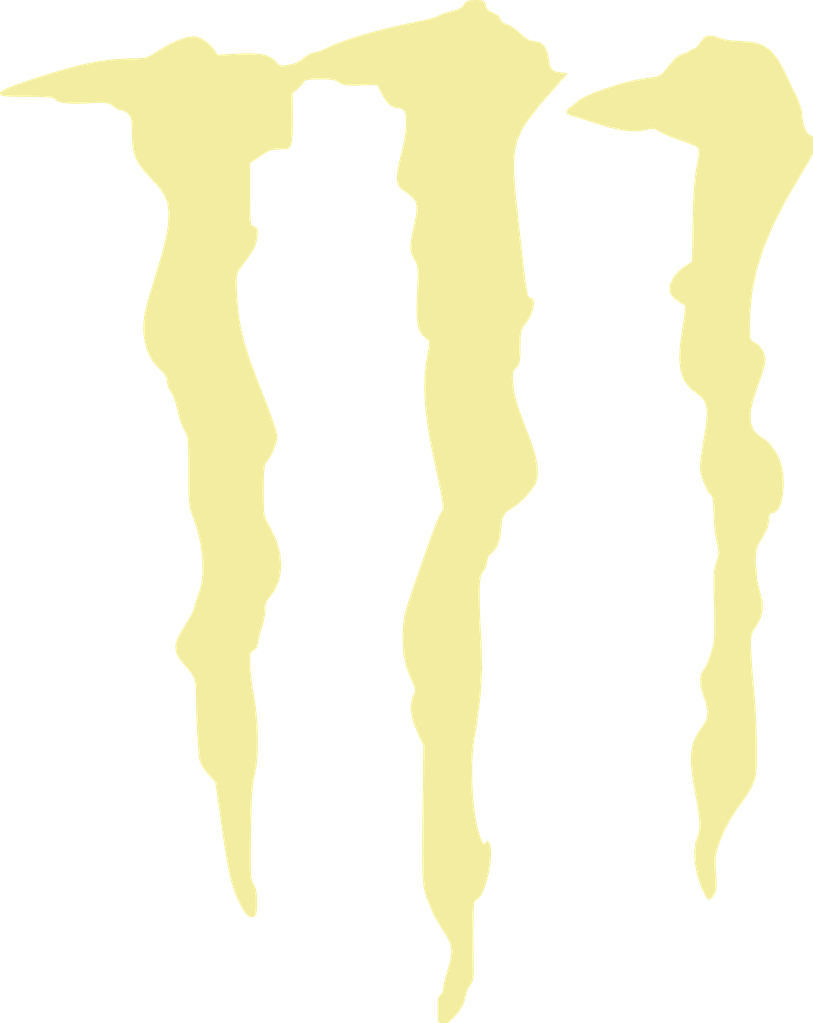
<source format=kicad_pcb>
(kicad_pcb (version 20171130) (host pcbnew "(5.0.0)")

  (general
    (thickness 1.6)
    (drawings 0)
    (tracks 0)
    (zones 0)
    (modules 1)
    (nets 1)
  )

  (page A4)
  (layers
    (0 F.Cu signal)
    (31 B.Cu signal)
    (32 B.Adhes user)
    (33 F.Adhes user)
    (34 B.Paste user)
    (35 F.Paste user)
    (36 B.SilkS user)
    (37 F.SilkS user)
    (38 B.Mask user)
    (39 F.Mask user)
    (40 Dwgs.User user)
    (41 Cmts.User user)
    (42 Eco1.User user)
    (43 Eco2.User user)
    (44 Edge.Cuts user)
    (45 Margin user)
    (46 B.CrtYd user)
    (47 F.CrtYd user)
    (48 B.Fab user)
    (49 F.Fab user)
  )

  (setup
    (last_trace_width 0.25)
    (user_trace_width 0.5)
    (user_trace_width 1)
    (user_trace_width 1.5)
    (user_trace_width 2)
    (user_trace_width 3)
    (trace_clearance 0.2)
    (zone_clearance 0.508)
    (zone_45_only no)
    (trace_min 0.2)
    (segment_width 0.2)
    (edge_width 0.15)
    (via_size 0.8)
    (via_drill 0.4)
    (via_min_size 0.4)
    (via_min_drill 0.3)
    (user_via 6 3)
    (uvia_size 0.3)
    (uvia_drill 0.1)
    (uvias_allowed no)
    (uvia_min_size 0.2)
    (uvia_min_drill 0.1)
    (pcb_text_width 0.3)
    (pcb_text_size 1.5 1.5)
    (mod_edge_width 0.15)
    (mod_text_size 1 1)
    (mod_text_width 0.15)
    (pad_size 1.524 1.524)
    (pad_drill 0.762)
    (pad_to_mask_clearance 0.2)
    (aux_axis_origin 0 0)
    (visible_elements 7FFFFFFF)
    (pcbplotparams
      (layerselection 0x010fc_ffffffff)
      (usegerberextensions false)
      (usegerberattributes false)
      (usegerberadvancedattributes false)
      (creategerberjobfile false)
      (excludeedgelayer true)
      (linewidth 0.100000)
      (plotframeref false)
      (viasonmask false)
      (mode 1)
      (useauxorigin false)
      (hpglpennumber 1)
      (hpglpenspeed 20)
      (hpglpendiameter 15.000000)
      (psnegative false)
      (psa4output false)
      (plotreference true)
      (plotvalue true)
      (plotinvisibletext false)
      (padsonsilk false)
      (subtractmaskfromsilk false)
      (outputformat 1)
      (mirror false)
      (drillshape 1)
      (scaleselection 1)
      (outputdirectory ""))
  )

  (net 0 "")

  (net_class Default "これはデフォルトのネット クラスです。"
    (clearance 0.2)
    (trace_width 0.25)
    (via_dia 0.8)
    (via_drill 0.4)
    (uvia_dia 0.3)
    (uvia_drill 0.1)
  )

  (module Mizz_lib:Mini_Monster (layer F.Cu) (tedit 0) (tstamp 5C5A6181)
    (at 155.6 128.1)
    (path /5C3ABB45)
    (fp_text reference U11 (at 0 0) (layer F.SilkS) hide
      (effects (font (size 1.524 1.524) (thickness 0.3)))
    )
    (fp_text value LOGO (at 0.75 0) (layer F.SilkS) hide
      (effects (font (size 1.524 1.524) (thickness 0.3)))
    )
    (fp_poly (pts (xy 0.356152 -3.364197) (xy 0.374458 -3.357779) (xy 0.381769 -3.342483) (xy 0.383331 -3.332158)
      (xy 0.393277 -3.305863) (xy 0.4197 -3.288826) (xy 0.4318 -3.284533) (xy 0.467946 -3.265507)
      (xy 0.480118 -3.243124) (xy 0.494476 -3.219028) (xy 0.521631 -3.208469) (xy 0.551815 -3.195164)
      (xy 0.588155 -3.16928) (xy 0.609335 -3.14987) (xy 0.650561 -3.114367) (xy 0.685491 -3.09957)
      (xy 0.695171 -3.0988) (xy 0.740047 -3.09094) (xy 0.770282 -3.065628) (xy 0.788255 -3.02027)
      (xy 0.793047 -2.992073) (xy 0.801741 -2.943411) (xy 0.815815 -2.914459) (xy 0.839901 -2.899539)
      (xy 0.873485 -2.893463) (xy 0.915019 -2.88925) (xy 0.78635 -2.7432) (xy 0.715961 -2.661006)
      (xy 0.660983 -2.589611) (xy 0.620018 -2.52428) (xy 0.591667 -2.46028) (xy 0.574532 -2.392875)
      (xy 0.567215 -2.317331) (xy 0.568318 -2.228912) (xy 0.576441 -2.122884) (xy 0.583344 -2.055819)
      (xy 0.598853 -1.913146) (xy 0.611965 -1.793671) (xy 0.622991 -1.695338) (xy 0.632246 -1.616091)
      (xy 0.640042 -1.553872) (xy 0.646691 -1.506626) (xy 0.652507 -1.472295) (xy 0.657803 -1.448824)
      (xy 0.66289 -1.434155) (xy 0.668083 -1.426233) (xy 0.673693 -1.423001) (xy 0.679691 -1.4224)
      (xy 0.694299 -1.412371) (xy 0.697555 -1.386186) (xy 0.690783 -1.349705) (xy 0.675304 -1.308785)
      (xy 0.652441 -1.269285) (xy 0.642111 -1.255889) (xy 0.626213 -1.234616) (xy 0.616528 -1.212522)
      (xy 0.611547 -1.182656) (xy 0.609763 -1.138064) (xy 0.6096 -1.105894) (xy 0.608862 -1.050535)
      (xy 0.60584 -1.014432) (xy 0.599319 -0.991462) (xy 0.588083 -0.975506) (xy 0.582699 -0.970344)
      (xy 0.5682 -0.954144) (xy 0.561121 -0.934106) (xy 0.560056 -0.902677) (xy 0.562703 -0.862894)
      (xy 0.567057 -0.825193) (xy 0.574604 -0.78587) (xy 0.586583 -0.740917) (xy 0.604235 -0.686325)
      (xy 0.628799 -0.618087) (xy 0.661515 -0.532195) (xy 0.678353 -0.48895) (xy 0.706962 -0.401823)
      (xy 0.721797 -0.323792) (xy 0.722466 -0.258609) (xy 0.70858 -0.210025) (xy 0.707574 -0.208234)
      (xy 0.679525 -0.168433) (xy 0.641678 -0.125811) (xy 0.600945 -0.087222) (xy 0.56424 -0.059518)
      (xy 0.550099 -0.052106) (xy 0.512501 -0.024296) (xy 0.490118 0.022868) (xy 0.482601 0.090128)
      (xy 0.4826 0.091203) (xy 0.475981 0.14601) (xy 0.458371 0.195355) (xy 0.433143 0.231163)
      (xy 0.420175 0.240724) (xy 0.397899 0.266117) (xy 0.3937 0.290834) (xy 0.385754 0.326985)
      (xy 0.3683 0.359065) (xy 0.356496 0.377594) (xy 0.348971 0.40083) (xy 0.344831 0.434561)
      (xy 0.34318 0.484573) (xy 0.343011 0.522703) (xy 0.344057 0.589196) (xy 0.346812 0.670244)
      (xy 0.350844 0.755091) (xy 0.355186 0.8255) (xy 0.359129 0.992872) (xy 0.349073 1.172896)
      (xy 0.325607 1.357433) (xy 0.310501 1.44145) (xy 0.299192 1.525741) (xy 0.294016 1.626527)
      (xy 0.294706 1.735718) (xy 0.300999 1.845226) (xy 0.31263 1.946965) (xy 0.329333 2.032845)
      (xy 0.329931 2.035175) (xy 0.347404 2.095106) (xy 0.362816 2.132581) (xy 0.375611 2.146264)
      (xy 0.376209 2.1463) (xy 0.392177 2.137108) (xy 0.393894 2.130425) (xy 0.398285 2.123813)
      (xy 0.4064 2.1336) (xy 0.41613 2.165111) (xy 0.417923 2.212148) (xy 0.413007 2.268952)
      (xy 0.402608 2.329765) (xy 0.387953 2.388829) (xy 0.370268 2.440386) (xy 0.350782 2.478677)
      (xy 0.33072 2.497945) (xy 0.328623 2.498632) (xy 0.317681 2.504129) (xy 0.310474 2.516916)
      (xy 0.306078 2.541728) (xy 0.303568 2.583299) (xy 0.302261 2.633556) (xy 0.301527 2.707386)
      (xy 0.301786 2.791804) (xy 0.302965 2.872019) (xy 0.303559 2.8956) (xy 0.304808 2.95678)
      (xy 0.30383 2.99841) (xy 0.299831 3.026299) (xy 0.292017 3.046257) (xy 0.280697 3.062703)
      (xy 0.261985 3.094387) (xy 0.254003 3.12383) (xy 0.254 3.124283) (xy 0.243506 3.172001)
      (xy 0.214731 3.224681) (xy 0.171734 3.2752) (xy 0.163757 3.282651) (xy 0.126592 3.313796)
      (xy 0.102076 3.32597) (xy 0.087519 3.317589) (xy 0.080229 3.287068) (xy 0.077515 3.232821)
      (xy 0.077496 3.231857) (xy 0.07765 3.180162) (xy 0.08113 3.148809) (xy 0.088773 3.13286)
      (xy 0.094973 3.128898) (xy 0.109534 3.111433) (xy 0.1143 3.084791) (xy 0.118456 3.053455)
      (xy 0.12926 3.008958) (xy 0.141802 2.968675) (xy 0.162971 2.895466) (xy 0.169032 2.836599)
      (xy 0.159529 2.785667) (xy 0.134008 2.736266) (xy 0.124331 2.722384) (xy 0.051144 2.603129)
      (xy 0.001389 2.479063) (xy -0.005494 2.454406) (xy -0.010993 2.429685) (xy -0.015296 2.400855)
      (xy -0.018484 2.365008) (xy -0.020639 2.319237) (xy -0.021844 2.260633) (xy -0.02218 2.186289)
      (xy -0.021729 2.093295) (xy -0.020574 1.978744) (xy -0.020071 1.937202) (xy -0.014583 1.497428)
      (xy -0.05159 1.418347) (xy -0.085039 1.332176) (xy -0.098138 1.259353) (xy -0.091095 1.198306)
      (xy -0.083149 1.177805) (xy -0.070553 1.147774) (xy -0.06917 1.125402) (xy -0.079491 1.098223)
      (xy -0.08686 1.0835) (xy -0.124893 0.99217) (xy -0.145633 0.897834) (xy -0.150676 0.792332)
      (xy -0.14965 0.762823) (xy -0.14826 0.733068) (xy -0.146774 0.707639) (xy -0.144421 0.6839)
      (xy -0.140432 0.659214) (xy -0.134036 0.630943) (xy -0.124463 0.596451) (xy -0.110943 0.5531)
      (xy -0.092705 0.498255) (xy -0.068981 0.429277) (xy -0.038999 0.34353) (xy -0.001989 0.238376)
      (xy 0.030174 0.147091) (xy 0.052359 0.086398) (xy 0.072871 0.034457) (xy 0.08974 -0.004035)
      (xy 0.100999 -0.024382) (xy 0.10278 -0.02613) (xy 0.109393 -0.035644) (xy 0.111706 -0.055311)
      (xy 0.10936 -0.087847) (xy 0.101994 -0.135968) (xy 0.089249 -0.202386) (xy 0.070766 -0.289819)
      (xy 0.063322 -0.32385) (xy 0.03212 -0.475158) (xy 0.009843 -0.60681) (xy -0.003773 -0.722833)
      (xy -0.008992 -0.82725) (xy -0.006079 -0.924087) (xy 0.004702 -1.017369) (xy 0.014296 -1.070634)
      (xy 0.021984 -1.112257) (xy 0.023009 -1.136685) (xy 0.016256 -1.151509) (xy 0.000612 -1.164321)
      (xy 0.000543 -1.164369) (xy -0.024242 -1.18625) (xy -0.041821 -1.214366) (xy -0.052961 -1.252614)
      (xy -0.058429 -1.304893) (xy -0.058994 -1.375099) (xy -0.056165 -1.45234) (xy -0.052924 -1.524008)
      (xy -0.051592 -1.575256) (xy -0.052571 -1.611019) (xy -0.056265 -1.636233) (xy -0.063077 -1.655832)
      (xy -0.073408 -1.674753) (xy -0.074465 -1.676492) (xy -0.090362 -1.707206) (xy -0.098611 -1.738453)
      (xy -0.099235 -1.775984) (xy -0.092255 -1.825549) (xy -0.077696 -1.892899) (xy -0.075358 -1.902795)
      (xy -0.061541 -1.969564) (xy -0.057996 -2.018228) (xy -0.066163 -2.054496) (xy -0.087483 -2.08408)
      (xy -0.123396 -2.112688) (xy -0.129325 -2.116709) (xy -0.162955 -2.141911) (xy -0.180143 -2.164869)
      (xy -0.187076 -2.194872) (xy -0.187942 -2.2047) (xy -0.186063 -2.240962) (xy -0.177673 -2.292295)
      (xy -0.16435 -2.349694) (xy -0.159367 -2.367651) (xy -0.137825 -2.459371) (xy -0.127887 -2.543178)
      (xy -0.130069 -2.61334) (xy -0.135005 -2.638426) (xy -0.151104 -2.661956) (xy -0.173767 -2.667001)
      (xy -0.214257 -2.673836) (xy -0.247177 -2.696932) (xy -0.27738 -2.740171) (xy -0.286333 -2.75705)
      (xy -0.318631 -2.820788) (xy -0.431351 -2.817207) (xy -0.488853 -2.816308) (xy -0.526924 -2.81853)
      (xy -0.551424 -2.824657) (xy -0.568213 -2.835475) (xy -0.56831 -2.835564) (xy -0.587798 -2.847341)
      (xy -0.617963 -2.854211) (xy -0.664637 -2.857173) (xy -0.696326 -2.857501) (xy -0.74834 -2.856016)
      (xy -0.784262 -2.851918) (xy -0.799794 -2.845739) (xy -0.8001 -2.844621) (xy -0.808825 -2.828783)
      (xy -0.830635 -2.804801) (xy -0.839681 -2.796377) (xy -0.879262 -2.761012) (xy -0.877267 -2.624778)
      (xy -0.877201 -2.563365) (xy -0.878618 -2.506853) (xy -0.881251 -2.462926) (xy -0.88355 -2.444422)
      (xy -0.889713 -2.418411) (xy -0.900365 -2.405374) (xy -0.922876 -2.400831) (xy -0.956159 -2.4003)
      (xy -0.998258 -2.397422) (xy -1.034127 -2.386201) (xy -1.07475 -2.362761) (xy -1.088096 -2.35374)
      (xy -1.155701 -2.307179) (xy -1.155701 -2.101221) (xy -1.155566 -2.024616) (xy -1.154843 -1.969644)
      (xy -1.153051 -1.932537) (xy -1.14971 -1.909527) (xy -1.144342 -1.896847) (xy -1.136465 -1.890729)
      (xy -1.128566 -1.888167) (xy -1.112152 -1.880796) (xy -1.105678 -1.865293) (xy -1.106783 -1.834181)
      (xy -1.107982 -1.822953) (xy -1.112558 -1.794719) (xy -1.121147 -1.768113) (xy -1.136425 -1.738184)
      (xy -1.161065 -1.699979) (xy -1.197744 -1.648548) (xy -1.214588 -1.6256) (xy -1.228632 -1.60539)
      (xy -1.237678 -1.58655) (xy -1.2425 -1.563385) (xy -1.243874 -1.5302) (xy -1.242574 -1.4813)
      (xy -1.240509 -1.4351) (xy -1.232597 -1.335988) (xy -1.21751 -1.239169) (xy -1.193864 -1.139082)
      (xy -1.160278 -1.030166) (xy -1.115368 -0.906858) (xy -1.098384 -0.863463) (xy -1.058795 -0.762829)
      (xy -1.028225 -0.682956) (xy -1.005769 -0.621219) (xy -0.990523 -0.574997) (xy -0.981584 -0.541667)
      (xy -0.978047 -0.518607) (xy -0.9779 -0.513977) (xy -0.983993 -0.481241) (xy -0.99931 -0.43859)
      (xy -1.019406 -0.396111) (xy -1.039838 -0.363894) (xy -1.047603 -0.355723) (xy -1.055681 -0.344128)
      (xy -1.061235 -0.322441) (xy -1.06467 -0.286715) (xy -1.066388 -0.233007) (xy -1.0668 -0.168125)
      (xy -1.066584 -0.098653) (xy -1.065354 -0.049123) (xy -1.062235 -0.014076) (xy -1.056356 0.011947)
      (xy -1.046841 0.034403) (xy -1.032819 0.058752) (xy -1.02968 0.06387) (xy -0.984351 0.154828)
      (xy -0.958423 0.246427) (xy -0.951926 0.334992) (xy -0.964892 0.41685) (xy -0.997353 0.48833)
      (xy -1.025698 0.524186) (xy -1.050113 0.558042) (xy -1.056661 0.59586) (xy -1.056191 0.606736)
      (xy -1.058683 0.64501) (xy -1.068531 0.694043) (xy -1.078916 0.729063) (xy -1.092889 0.774287)
      (xy -1.102321 0.814175) (xy -1.1049 0.835027) (xy -1.11424 0.863418) (xy -1.1303 0.87262)
      (xy -1.14433 0.879555) (xy -1.152039 0.895153) (xy -1.155216 0.925562) (xy -1.1557 0.95988)
      (xy -1.153119 1.008511) (xy -1.146199 1.071614) (xy -1.136178 1.138882) (xy -1.130339 1.171124)
      (xy -1.116721 1.260187) (xy -1.108164 1.356888) (xy -1.104729 1.454717) (xy -1.106476 1.54716)
      (xy -1.113466 1.627705) (xy -1.125541 1.6891) (xy -1.13268 1.720124) (xy -1.138329 1.760738)
      (xy -1.142699 1.814199) (xy -1.146003 1.883764) (xy -1.148451 1.972691) (xy -1.150021 2.06619)
      (xy -1.151175 2.163681) (xy -1.151565 2.239025) (xy -1.151023 2.295467) (xy -1.149377 2.336252)
      (xy -1.146456 2.364626) (xy -1.14209 2.383834) (xy -1.136109 2.397121) (xy -1.132324 2.40274)
      (xy -1.118913 2.430908) (xy -1.112179 2.473441) (xy -1.110869 2.520652) (xy -1.112011 2.568186)
      (xy -1.115869 2.595929) (xy -1.12385 2.609455) (xy -1.134434 2.613843) (xy -1.154295 2.611712)
      (xy -1.174331 2.594999) (xy -1.197267 2.560501) (xy -1.224267 2.50825) (xy -1.242048 2.468232)
      (xy -1.257704 2.424776) (xy -1.272021 2.374338) (xy -1.285789 2.31337) (xy -1.299795 2.238328)
      (xy -1.314827 2.145665) (xy -1.331672 2.031836) (xy -1.334454 2.012365) (xy -1.37413 1.733646)
      (xy -1.422876 1.680763) (xy -1.455443 1.638169) (xy -1.475337 1.597263) (xy -1.478192 1.585465)
      (xy -1.482616 1.546485) (xy -1.487167 1.488896) (xy -1.4915 1.419485) (xy -1.495274 1.345039)
      (xy -1.498144 1.272344) (xy -1.499767 1.208187) (xy -1.499799 1.159355) (xy -1.499784 1.15869)
      (xy -1.500839 1.105006) (xy -1.509359 1.063852) (xy -1.528915 1.026365) (xy -1.563077 0.983682)
      (xy -1.576173 0.969125) (xy -1.611258 0.926185) (xy -1.630857 0.887721) (xy -1.634738 0.848709)
      (xy -1.622673 0.804123) (xy -1.594431 0.748939) (xy -1.563859 0.69968) (xy -1.538439 0.65761)
      (xy -1.519778 0.621506) (xy -1.511441 0.598361) (xy -1.5113 0.596545) (xy -1.50633 0.572918)
      (xy -1.493623 0.536471) (xy -1.483733 0.512789) (xy -1.463967 0.444684) (xy -1.455938 0.360193)
      (xy -1.459172 0.265202) (xy -1.473195 0.165598) (xy -1.497535 0.067267) (xy -1.525836 -0.010578)
      (xy -1.534545 -0.034354) (xy -1.54086 -0.06175) (xy -1.545141 -0.097126) (xy -1.54775 -0.144839)
      (xy -1.549049 -0.209245) (xy -1.5494 -0.294368) (xy -1.549605 -0.376756) (xy -1.550486 -0.437798)
      (xy -1.552443 -0.481546) (xy -1.555875 -0.512052) (xy -1.561183 -0.533367) (xy -1.568766 -0.549545)
      (xy -1.575601 -0.559924) (xy -1.591022 -0.590539) (xy -1.60711 -0.636723) (xy -1.620589 -0.688952)
      (xy -1.621549 -0.693559) (xy -1.635001 -0.747105) (xy -1.650558 -0.789917) (xy -1.665199 -0.814299)
      (xy -1.683084 -0.84554) (xy -1.689101 -0.879475) (xy -1.695099 -0.91303) (xy -1.716798 -0.941874)
      (xy -1.732453 -0.955341) (xy -1.784824 -1.012761) (xy -1.821642 -1.08696) (xy -1.840963 -1.173269)
      (xy -1.843447 -1.221875) (xy -1.842902 -1.251986) (xy -1.841095 -1.280027) (xy -1.837192 -1.309439)
      (xy -1.830361 -1.343663) (xy -1.819769 -1.386139) (xy -1.804585 -1.440308) (xy -1.783975 -1.509611)
      (xy -1.757107 -1.597489) (xy -1.736129 -1.665435) (xy -1.716688 -1.73413) (xy -1.699682 -1.804906)
      (xy -1.687217 -1.868375) (xy -1.682005 -1.906735) (xy -1.678705 -1.984751) (xy -1.686626 -2.046959)
      (xy -1.708579 -2.101342) (xy -1.747377 -2.15588) (xy -1.784062 -2.196341) (xy -1.838219 -2.255458)
      (xy -1.875695 -2.304895) (xy -1.899413 -2.351124) (xy -1.912296 -2.400615) (xy -1.917266 -2.459839)
      (xy -1.9177 -2.492187) (xy -1.918557 -2.548395) (xy -1.921886 -2.585378) (xy -1.928828 -2.609278)
      (xy -1.940526 -2.626235) (xy -1.943101 -2.6289) (xy -1.96997 -2.64787) (xy -1.991957 -2.654301)
      (xy -2.017763 -2.662341) (xy -2.045932 -2.681205) (xy -2.06099 -2.692871) (xy -2.077867 -2.70015)
      (xy -2.101953 -2.703637) (xy -2.138637 -2.703925) (xy -2.193309 -2.701607) (xy -2.218685 -2.700236)
      (xy -2.306415 -2.69797) (xy -2.370281 -2.702175) (xy -2.410051 -2.712815) (xy -2.425492 -2.729852)
      (xy -2.4257 -2.732539) (xy -2.437644 -2.736361) (xy -2.470454 -2.739577) (xy -2.519598 -2.741915)
      (xy -2.580544 -2.743105) (xy -2.604432 -2.7432) (xy -2.675473 -2.743498) (xy -2.72479 -2.744676)
      (xy -2.756054 -2.747165) (xy -2.772937 -2.751394) (xy -2.779109 -2.757792) (xy -2.779057 -2.76363)
      (xy -2.768251 -2.774293) (xy -2.738395 -2.789347) (xy -2.688111 -2.809338) (xy -2.616023 -2.834816)
      (xy -2.522374 -2.865804) (xy -2.38183 -2.90905) (xy -2.259337 -2.941598) (xy -2.150353 -2.964351)
      (xy -2.050334 -2.978212) (xy -1.954735 -2.984086) (xy -1.925892 -2.984426) (xy -1.872811 -2.985474)
      (xy -1.836148 -2.989988) (xy -1.806953 -3.000163) (xy -1.776275 -3.018199) (xy -1.769276 -3.022874)
      (xy -1.683516 -3.075284) (xy -1.607658 -3.109433) (xy -1.56048 -3.123151) (xy -1.520061 -3.129164)
      (xy -1.488424 -3.123573) (xy -1.460494 -3.109971) (xy -1.423733 -3.083008) (xy -1.393204 -3.050414)
      (xy -1.390218 -3.046082) (xy -1.36525 -3.007657) (xy -1.23825 -3.015151) (xy -1.149933 -3.017741)
      (xy -1.082937 -3.013276) (xy -1.034011 -3.00111) (xy -0.999898 -2.980603) (xy -0.986113 -2.965317)
      (xy -0.967475 -2.944319) (xy -0.946676 -2.937082) (xy -0.912934 -2.940139) (xy -0.909558 -2.940691)
      (xy -0.854548 -2.953735) (xy -0.814008 -2.974426) (xy -0.786439 -2.998162) (xy -0.758368 -3.016793)
      (xy -0.735385 -3.022601) (xy -0.704664 -3.028672) (xy -0.67506 -3.041114) (xy -0.608269 -3.072497)
      (xy -0.520647 -3.105451) (xy -0.416596 -3.138643) (xy -0.300519 -3.17074) (xy -0.176818 -3.200411)
      (xy -0.085207 -3.219583) (xy -0.025148 -3.232288) (xy 0.026674 -3.244971) (xy 0.064607 -3.256134)
      (xy 0.082757 -3.264072) (xy 0.105101 -3.275314) (xy 0.142346 -3.287543) (xy 0.167963 -3.293951)
      (xy 0.213906 -3.307612) (xy 0.23989 -3.325119) (xy 0.247486 -3.337104) (xy 0.259919 -3.355029)
      (xy 0.281619 -3.36344) (xy 0.319667 -3.365501) (xy 0.356152 -3.364197)) (layer F.SilkS) (width 0.01))
    (fp_poly (pts (xy 1.879452 -3.130332) (xy 1.913308 -3.11785) (xy 1.951549 -3.107366) (xy 2.001989 -3.100447)
      (xy 2.038005 -3.0988) (xy 2.12186 -3.093144) (xy 2.188836 -3.074212) (xy 2.243318 -3.039065)
      (xy 2.289694 -2.98476) (xy 2.332349 -2.908355) (xy 2.337135 -2.89819) (xy 2.363872 -2.84136)
      (xy 2.390814 -2.785407) (xy 2.413422 -2.739714) (xy 2.419764 -2.727319) (xy 2.446827 -2.650394)
      (xy 2.4511 -2.605207) (xy 2.457495 -2.556239) (xy 2.474333 -2.514225) (xy 2.498089 -2.485573)
      (xy 2.521871 -2.4765) (xy 2.535777 -2.465055) (xy 2.54 -2.433269) (xy 2.535357 -2.406271)
      (xy 2.520398 -2.36898) (xy 2.493573 -2.318192) (xy 2.453335 -2.2507) (xy 2.446455 -2.239594)
      (xy 2.344352 -2.065968) (xy 2.261921 -1.904316) (xy 2.198187 -1.751819) (xy 2.152173 -1.605658)
      (xy 2.122904 -1.463017) (xy 2.109403 -1.321076) (xy 2.1082 -1.262843) (xy 2.108703 -1.206926)
      (xy 2.110886 -1.171316) (xy 2.11576 -1.150929) (xy 2.124336 -1.14068) (xy 2.133268 -1.136756)
      (xy 2.16814 -1.114064) (xy 2.19555 -1.075507) (xy 2.209246 -1.030592) (xy 2.2098 -1.020364)
      (xy 2.205145 -0.989869) (xy 2.192659 -0.943696) (xy 2.174553 -0.889496) (xy 2.163444 -0.860152)
      (xy 2.129069 -0.759418) (xy 2.112671 -0.675917) (xy 2.114288 -0.608897) (xy 2.13396 -0.557607)
      (xy 2.171727 -0.521295) (xy 2.181439 -0.515772) (xy 2.234277 -0.476996) (xy 2.277623 -0.419175)
      (xy 2.299771 -0.375186) (xy 2.31719 -0.321234) (xy 2.32657 -0.260437) (xy 2.32846 -0.197758)
      (xy 2.323406 -0.13816) (xy 2.311954 -0.086606) (xy 2.294651 -0.048062) (xy 2.272044 -0.027488)
      (xy 2.261248 -0.0254) (xy 2.243773 -0.020975) (xy 2.23625 -0.003161) (xy 2.234874 0.022225)
      (xy 2.224342 0.073626) (xy 2.192797 0.135355) (xy 2.190424 0.139111) (xy 2.167487 0.177404)
      (xy 2.15424 0.208928) (xy 2.148064 0.243591) (xy 2.146341 0.2913) (xy 2.1463 0.306048)
      (xy 2.156107 0.419336) (xy 2.172965 0.490056) (xy 2.189857 0.558864) (xy 2.191758 0.614732)
      (xy 2.177789 0.66584) (xy 2.148377 0.718397) (xy 2.130357 0.747248) (xy 2.119672 0.771975)
      (xy 2.114834 0.800307) (xy 2.114354 0.839975) (xy 2.116147 0.885875) (xy 2.120067 0.953217)
      (xy 2.125801 1.031002) (xy 2.132241 1.104446) (xy 2.133545 1.1176) (xy 2.140338 1.196696)
      (xy 2.145747 1.284087) (xy 2.149677 1.374855) (xy 2.152034 1.464082) (xy 2.152724 1.546851)
      (xy 2.151652 1.618245) (xy 2.148724 1.673345) (xy 2.144787 1.703322) (xy 2.123509 1.761273)
      (xy 2.08329 1.829066) (xy 2.067938 1.850587) (xy 2.016861 1.921947) (xy 1.978327 1.982202)
      (xy 1.94791 2.039152) (xy 1.921184 2.100592) (xy 1.910833 2.127383) (xy 1.894409 2.173941)
      (xy 1.885292 2.211406) (xy 1.882261 2.249701) (xy 1.884095 2.298751) (xy 1.886218 2.327428)
      (xy 1.88983 2.384878) (xy 1.889401 2.423578) (xy 1.884398 2.449934) (xy 1.874317 2.470303)
      (xy 1.856476 2.49286) (xy 1.843461 2.5019) (xy 1.834014 2.491049) (xy 1.818484 2.462419)
      (xy 1.800018 2.421896) (xy 1.797613 2.416175) (xy 1.772672 2.341582) (xy 1.757784 2.265262)
      (xy 1.75355 2.193918) (xy 1.760566 2.134252) (xy 1.770064 2.107563) (xy 1.781823 2.078089)
      (xy 1.78811 2.044719) (xy 1.788753 2.003204) (xy 1.78358 1.949291) (xy 1.77242 1.878732)
      (xy 1.75767 1.800307) (xy 1.739589 1.694891) (xy 1.731416 1.608774) (xy 1.733686 1.537644)
      (xy 1.746937 1.477194) (xy 1.771704 1.423112) (xy 1.808525 1.371089) (xy 1.811536 1.36745)
      (xy 1.835384 1.323679) (xy 1.839837 1.270688) (xy 1.824973 1.205293) (xy 1.8161 1.1811)
      (xy 1.796885 1.117774) (xy 1.79172 1.063764) (xy 1.80079 1.023795) (xy 1.809368 1.011845)
      (xy 1.827778 0.983985) (xy 1.847757 0.938757) (xy 1.866335 0.883787) (xy 1.879493 0.83185)
      (xy 1.88266 0.801968) (xy 1.884552 0.752301) (xy 1.885098 0.688435) (xy 1.884222 0.615956)
      (xy 1.882924 0.568831) (xy 1.88054 0.486651) (xy 1.879899 0.425204) (xy 1.881247 0.379866)
      (xy 1.884825 0.346014) (xy 1.890878 0.319026) (xy 1.897038 0.300903) (xy 1.908188 0.267815)
      (xy 1.91194 0.239823) (xy 1.90845 0.206769) (xy 1.899144 0.163872) (xy 1.889532 0.109165)
      (xy 1.882591 0.043156) (xy 1.879791 -0.020085) (xy 1.879787 -0.021476) (xy 1.87822 -0.070559)
      (xy 1.874218 -0.109327) (xy 1.868551 -0.131216) (xy 1.866658 -0.1335) (xy 1.84849 -0.154293)
      (xy 1.8282 -0.191342) (xy 1.809375 -0.236155) (xy 1.795603 -0.280236) (xy 1.790465 -0.313903)
      (xy 1.792616 -0.345445) (xy 1.798634 -0.394923) (xy 1.807574 -0.455332) (xy 1.817533 -0.51435)
      (xy 1.831122 -0.600625) (xy 1.836389 -0.666706) (xy 1.832596 -0.716642) (xy 1.819009 -0.754481)
      (xy 1.79489 -0.784269) (xy 1.764301 -0.807081) (xy 1.717195 -0.844901) (xy 1.683832 -0.891819)
      (xy 1.663626 -0.950614) (xy 1.65599 -1.024066) (xy 1.660337 -1.114957) (xy 1.675972 -1.225447)
      (xy 1.685368 -1.284175) (xy 1.69165 -1.332954) (xy 1.694295 -1.366862) (xy 1.692775 -1.380976)
      (xy 1.692584 -1.381073) (xy 1.656053 -1.399499) (xy 1.621585 -1.426389) (xy 1.597909 -1.454347)
      (xy 1.593084 -1.46538) (xy 1.5943 -1.50813) (xy 1.614742 -1.554829) (xy 1.650574 -1.598771)
      (xy 1.684584 -1.625467) (xy 1.73905 -1.660008) (xy 1.743851 -1.925379) (xy 1.746904 -2.041919)
      (xy 1.751558 -2.136283) (xy 1.758047 -2.211657) (xy 1.766602 -2.271229) (xy 1.770398 -2.29018)
      (xy 1.78117 -2.345462) (xy 1.78455 -2.381208) (xy 1.780834 -2.402092) (xy 1.777768 -2.406929)
      (xy 1.759601 -2.418616) (xy 1.723743 -2.434648) (xy 1.676853 -2.452151) (xy 1.659572 -2.45793)
      (xy 1.606852 -2.476609) (xy 1.559422 -2.496179) (xy 1.525727 -2.513085) (xy 1.520259 -2.516604)
      (xy 1.492613 -2.532426) (xy 1.467033 -2.534103) (xy 1.439047 -2.526508) (xy 1.374771 -2.516355)
      (xy 1.292194 -2.521797) (xy 1.192904 -2.542631) (xy 1.1049 -2.569427) (xy 1.048417 -2.588238)
      (xy 0.998989 -2.604001) (xy 0.962676 -2.614824) (xy 0.947202 -2.618645) (xy 0.923677 -2.629638)
      (xy 0.917978 -2.64688) (xy 0.932513 -2.661992) (xy 0.934513 -2.662816) (xy 0.957966 -2.677513)
      (xy 0.986049 -2.702231) (xy 0.989544 -2.705826) (xy 1.017503 -2.725394) (xy 1.064969 -2.748384)
      (xy 1.126592 -2.773005) (xy 1.197019 -2.797461) (xy 1.270901 -2.819962) (xy 1.342885 -2.838714)
      (xy 1.407621 -2.851924) (xy 1.438385 -2.856198) (xy 1.488147 -2.862828) (xy 1.519924 -2.871502)
      (xy 1.541119 -2.88502) (xy 1.554637 -2.900167) (xy 1.59639 -2.952417) (xy 1.627721 -2.986599)
      (xy 1.652024 -3.00596) (xy 1.672689 -3.013746) (xy 1.673397 -3.01385) (xy 1.703143 -3.023462)
      (xy 1.717212 -3.032933) (xy 1.739991 -3.046384) (xy 1.749218 -3.048001) (xy 1.765852 -3.058058)
      (xy 1.786501 -3.083123) (xy 1.792382 -3.092451) (xy 1.815805 -3.123119) (xy 1.842701 -3.1353)
      (xy 1.879452 -3.130332)) (layer F.SilkS) (width 0.01))
  )

)

</source>
